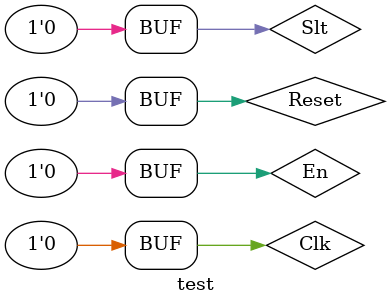
<source format=v>
`timescale 1ns / 1ps


module test;

	// Inputs
	reg Clk;
	reg Reset;
	reg Slt;
	reg En;

	// Outputs
	wire [63:0] Output0;
	wire [63:0] Output1;

	// Instantiate the Unit Under Test (UUT)
	code uut (
		.Clk(Clk), 
		.Reset(Reset), 
		.Slt(Slt), 
		.En(En), 
		.Output0(Output0), 
		.Output1(Output1)
	);

	initial begin
		// Initialize Inputs
		Clk = 0;
		Reset = 0;
		Slt = 0;
		En = 0;

		// Wait 100 ns for global reset to finish
		#100;
        
		// Add stimulus here

	end
      
endmodule


</source>
